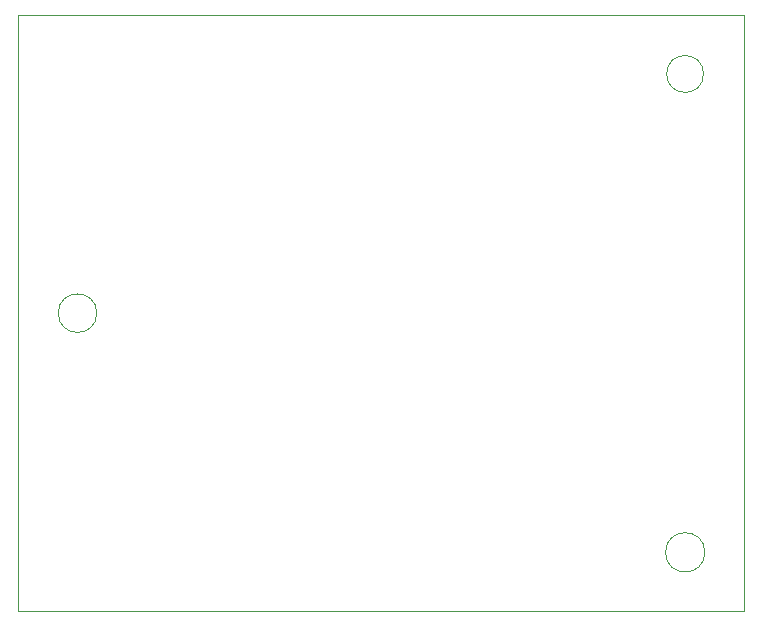
<source format=gm1>
G04 #@! TF.GenerationSoftware,KiCad,Pcbnew,8.0.8*
G04 #@! TF.CreationDate,2025-07-04T19:36:45+02:00*
G04 #@! TF.ProjectId,LaunchControl,4c61756e-6368-4436-9f6e-74726f6c2e6b,rev?*
G04 #@! TF.SameCoordinates,Original*
G04 #@! TF.FileFunction,Profile,NP*
%FSLAX46Y46*%
G04 Gerber Fmt 4.6, Leading zero omitted, Abs format (unit mm)*
G04 Created by KiCad (PCBNEW 8.0.8) date 2025-07-04 19:36:45*
%MOMM*%
%LPD*%
G01*
G04 APERTURE LIST*
G04 #@! TA.AperFunction,Profile*
%ADD10C,0.050000*%
G04 #@! TD*
G04 APERTURE END LIST*
D10*
X165950001Y-43300000D02*
G75*
G02*
X162825901Y-43300000I-1562050J0D01*
G01*
X162825901Y-43300000D02*
G75*
G02*
X165950001Y-43300000I1562050J0D01*
G01*
X166065083Y-83800000D02*
G75*
G02*
X162734917Y-83800000I-1665083J0D01*
G01*
X162734917Y-83800000D02*
G75*
G02*
X166065083Y-83800000I1665083J0D01*
G01*
X107950000Y-38300000D02*
X169400000Y-38300000D01*
X169400000Y-88750000D01*
X107950000Y-88750000D01*
X107950000Y-38300000D01*
X114582483Y-63550000D02*
G75*
G02*
X111317517Y-63550000I-1632483J0D01*
G01*
X111317517Y-63550000D02*
G75*
G02*
X114582483Y-63550000I1632483J0D01*
G01*
M02*

</source>
